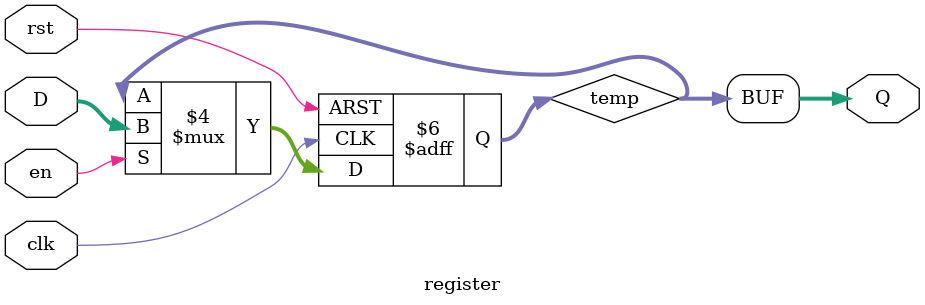
<source format=v>
module register #(parameter N=7) (input [N:0] D,
											 input clk, rst, en,
											 output [N:0] Q);

reg [N:0] temp;

always @(posedge clk or posedge rst)
begin
		if (rst)
			begin
				temp <= {(N+1){1'b0}};
			end
		else if (en == 1'b1)
			temp <= D;
		else
			temp <= temp;
end

assign Q = temp;

endmodule

</source>
